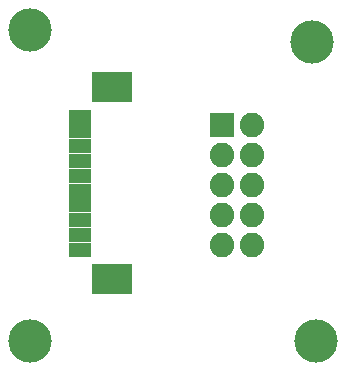
<source format=gbr>
G04 #@! TF.FileFunction,Soldermask,Bot*
%FSLAX46Y46*%
G04 Gerber Fmt 4.6, Leading zero omitted, Abs format (unit mm)*
G04 Created by KiCad (PCBNEW 4.0.6) date 02/07/20 07:55:15*
%MOMM*%
%LPD*%
G01*
G04 APERTURE LIST*
%ADD10C,0.100000*%
%ADD11C,3.663900*%
%ADD12R,1.900000X1.200000*%
%ADD13R,3.500000X2.600000*%
%ADD14R,2.082800X2.082800*%
%ADD15C,2.082800*%
G04 APERTURE END LIST*
D10*
D11*
X124383800Y-93091000D03*
X124104400Y-67767200D03*
X100199776Y-93091000D03*
X100199576Y-66751200D03*
D12*
X104438000Y-74061000D03*
X104438000Y-75311000D03*
X104438000Y-76561000D03*
X104438000Y-77811000D03*
X104438000Y-79061000D03*
X104438000Y-80311000D03*
X104438000Y-81561000D03*
X104438000Y-82811000D03*
X104438000Y-84061000D03*
X104438000Y-85311000D03*
D13*
X107188000Y-71561000D03*
X107188000Y-87811000D03*
D14*
X116459000Y-74803000D03*
D15*
X118999000Y-74803000D03*
X116459000Y-77343000D03*
X118999000Y-77343000D03*
X116459000Y-79883000D03*
X118999000Y-79883000D03*
X116459000Y-82423000D03*
X118999000Y-82423000D03*
X116459000Y-84963000D03*
X118999000Y-84963000D03*
M02*

</source>
